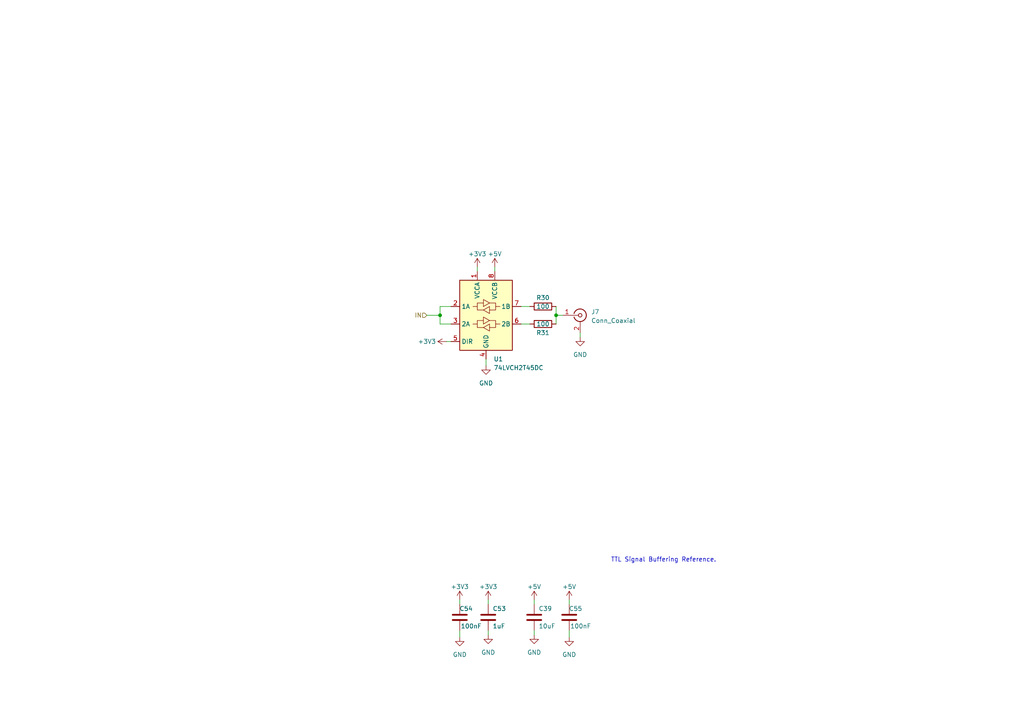
<source format=kicad_sch>
(kicad_sch (version 20230121) (generator eeschema)
  (paper "A4")
  (title_block (title "Lickety Split Capacitive Lick Detector") (date "2023-09-01") (rev "0.7?") (company "The Allen Institute for Neural Dynamics"))
  (lib_symbols
    (symbol "Connector:Conn_Coaxial" (pin_names (offset 1.016) hide)
      (property "Reference" "J" (at 0.254 3.048 0))
      (property "Value" "Conn_Coaxial" (at 2.921 0 90))
      (symbol "Conn_Coaxial_0_1"
        (arc (start -1.778 -0.508) (mid 0.2311 -1.8066) (end 1.778 0) (stroke (width 0.254)))
        (polyline (pts (xy -2.54 0) (xy -0.508 0)))
        (polyline (pts (xy 0 -2.54) (xy 0 -1.778)))
        (circle (center 0 0) (radius 0.508) (stroke (width 0.2032)))
        (arc (start 1.778 0) (mid 0.2099 1.8101) (end -1.778 0.508) (stroke (width 0.254)))
      )
      (symbol "Conn_Coaxial_1_1"
        (pin passive line (at -5.08 0 0) (length 2.54) (name "In") (number "1"))
        (pin passive line (at 0 -5.08 90) (length 2.54) (name "Ext") (number "2"))
      )
    )
    (symbol "Device:C" (pin_numbers hide) (pin_names (offset 0.254))
      (property "Reference" "C" (at 0.635 2.54 0))
      (property "Value" "C" (at 0.635 -2.54 0))
      (symbol "C_0_1"
        (polyline (pts (xy -2.032 -0.762) (xy 2.032 -0.762)) (stroke (width 0.508)))
        (polyline (pts (xy -2.032 0.762) (xy 2.032 0.762)) (stroke (width 0.508)))
      )
      (symbol "C_1_1"
        (pin passive line (at 0 3.81 270) (length 2.794) (name "~") (number "1"))
        (pin passive line (at 0 -3.81 90) (length 2.794) (name "~") (number "2"))
      )
    )
    (symbol "Device:R" (pin_numbers hide) (pin_names (offset 0))
      (property "Reference" "R" (at 2.032 0 90))
      (property "Value" "R" (at 0 0 90))
      (symbol "R_0_1"
        (rectangle (start -1.016 -2.54) (end 1.016 2.54) (stroke (width 0.254)))
      )
      (symbol "R_1_1"
        (pin passive line (at 0 3.81 270) (length 1.27) (name "~") (number "1"))
        (pin passive line (at 0 -3.81 90) (length 1.27) (name "~") (number "2"))
      )
    )
    (symbol "Logic_LevelTranslator:74LVCH2T45DC"
      (property "Reference" "U" (at 6.35 -11.43 0))
      (property "Value" "74LVCH2T45DC" (at 10.16 11.43 0))
      (symbol "74LVCH2T45DC_1_1"
        (rectangle (start -7.62 10.16) (end 7.62 -10.16) (stroke (width 0.254)) (fill (type background)))
        (polyline (pts (xy -2.54 -2.54) (xy -2.54 -1.524) (xy -0.762 -1.524)))
        (polyline (pts (xy -2.54 2.54) (xy -2.54 3.556) (xy -0.762 3.556)))
        (polyline (pts (xy 2.794 -2.54) (xy 2.794 -3.556) (xy 1.016 -3.556)))
        (polyline (pts (xy 2.794 2.54) (xy 2.794 1.524) (xy 1.016 1.524)))
        (polyline (pts (xy -0.762 -3.556) (xy -2.54 -3.556) (xy -2.54 -2.54) (xy -3.81 -2.54)))
        (polyline (pts (xy -0.762 -2.54) (xy -0.762 -0.508) (xy 1.016 -1.524) (xy -0.762 -2.54)))
        (polyline (pts (xy -0.762 1.524) (xy -2.54 1.524) (xy -2.54 2.54) (xy -3.81 2.54)))
        (polyline (pts (xy -0.762 2.54) (xy -0.762 4.572) (xy 1.016 3.556) (xy -0.762 2.54)))
        (polyline (pts (xy 1.016 -1.524) (xy 2.794 -1.524) (xy 2.794 -2.54) (xy 4.064 -2.54)))
        (polyline (pts (xy 1.016 3.556) (xy 2.794 3.556) (xy 2.794 2.54) (xy 4.064 2.54)))
        (polyline (pts (xy 1.016 -2.54) (xy 1.016 -4.318) (xy 1.016 -4.572) (xy -0.762 -3.556) (xy 1.016 -2.54)))
        (polyline (pts (xy 1.016 2.54) (xy 1.016 0.762) (xy 1.016 0.508) (xy -0.762 1.524) (xy 1.016 2.54)))
        (pin power_in line (at -2.54 12.7 270) (length 2.54) (name "VCCA") (number "1"))
        (pin bidirectional line (at -10.16 2.54 0) (length 2.54) (name "1A") (number "2"))
        (pin bidirectional line (at -10.16 -2.54 0) (length 2.54) (name "2A") (number "3"))
        (pin power_in line (at 0 -12.7 90) (length 2.54) (name "GND") (number "4"))
        (pin input line (at -10.16 -7.62 0) (length 2.54) (name "DIR") (number "5"))
        (pin bidirectional line (at 10.16 -2.54 180) (length 2.54) (name "2B") (number "6"))
        (pin bidirectional line (at 10.16 2.54 180) (length 2.54) (name "1B") (number "7"))
        (pin power_in line (at 2.54 12.7 270) (length 2.54) (name "VCCB") (number "8"))
      )
    )
    (symbol "power:+3.3V" (power) (pin_names (offset 0))
      (property "Value" "+3.3V" (at 0 3.556 0))
      (symbol "+3.3V_0_1"
        (polyline (pts (xy -0.762 1.27) (xy 0 2.54)))
        (polyline (pts (xy 0 0) (xy 0 2.54)))
        (polyline (pts (xy 0 2.54) (xy 0.762 1.27)))
      )
      (symbol "+3.3V_1_1"
        (pin power_in line (at 0 0 90) (length 0) hide (name "+3V3") (number "1"))
      )
    )
    (symbol "power:+5V" (power) (pin_names (offset 0))
      (property "Value" "+5V" (at 0 3.556 0))
      (symbol "+5V_0_1"
        (polyline (pts (xy -0.762 1.27) (xy 0 2.54)))
        (polyline (pts (xy 0 0) (xy 0 2.54)))
        (polyline (pts (xy 0 2.54) (xy 0.762 1.27)))
      )
      (symbol "+5V_1_1"
        (pin power_in line (at 0 0 90) (length 0) hide (name "+5V") (number "1"))
      )
    )
    (symbol "power:GND" (power) (pin_names (offset 0))
      (property "Value" "GND" (at 0 -3.81 0))
      (symbol "GND_0_1"
        (polyline (pts (xy 0 0) (xy 0 -1.27) (xy 1.27 -1.27) (xy 0 -2.54) (xy -1.27 -1.27) (xy 0 -1.27)))
      )
      (symbol "GND_1_1"
        (pin power_in line (at 0 0 270) (length 0) hide (name "GND") (number "1"))
      )
    )
  )
  (junction (at 127.635 91.44))
  (junction (at 161.29 91.44))
  (wire (pts (xy 165.1 173.99) (xy 165.1 175.26)))
  (wire (pts (xy 127.635 88.9) (xy 127.635 91.44)))
  (wire (pts (xy 138.43 77.47) (xy 138.43 78.74)))
  (wire (pts (xy 127.635 91.44) (xy 127.635 93.98)))
  (wire (pts (xy 141.605 182.88) (xy 141.605 184.15)))
  (wire (pts (xy 161.29 91.44) (xy 163.195 91.44)))
  (wire (pts (xy 151.13 93.98) (xy 153.67 93.98)))
  (wire (pts (xy 161.29 91.44) (xy 161.29 93.98)))
  (wire (pts (xy 123.825 91.44) (xy 127.635 91.44)))
  (wire (pts (xy 140.97 104.14) (xy 140.97 106.045)))
  (wire (pts (xy 165.1 182.88) (xy 165.1 184.785)))
  (wire (pts (xy 130.81 88.9) (xy 127.635 88.9)))
  (wire (pts (xy 151.13 88.9) (xy 153.67 88.9)))
  (wire (pts (xy 154.94 173.99) (xy 154.94 175.26)))
  (wire (pts (xy 129.54 99.06) (xy 130.81 99.06)))
  (wire (pts (xy 141.605 173.99) (xy 141.605 175.26)))
  (wire (pts (xy 127.635 93.98) (xy 130.81 93.98)))
  (wire (pts (xy 168.275 96.52) (xy 168.275 97.79)))
  (wire (pts (xy 154.94 182.88) (xy 154.94 184.15)))
  (wire (pts (xy 143.51 77.47) (xy 143.51 78.74)))
  (wire (pts (xy 133.35 173.99) (xy 133.35 175.26)))
  (wire (pts (xy 133.35 182.88) (xy 133.35 184.785)))
  (wire (pts (xy 161.29 88.9) (xy 161.29 91.44)))
  (text "TTL Signal Buffering Reference." (at 177.165 163.195 0) (effects (font (size 1.27 1.27)) (justify left bottom)))
  (hierarchical_label "IN" (shape input) (at 123.825 91.44 180))
  (symbol (lib_id "Device:C") (at 141.605 179.07 0) (unit 1)
    (property "Reference" "C53" (at 142.875 176.53 0) (effects (justify left)))
    (property "Value" "1uF" (at 142.875 181.61 0) (effects (justify left)))
    (property "Footprint" "Capacitor_SMD:C_0402_1005Metric" (effects hide))
    (property "Datasheet" "https://search.murata.co.jp/Ceramy/image/img/A01X/G101/ENG/GRM155R6YA105KE11-01.pdf" (effects hide))
    (property "Notes" "must not be polarized" (effects hide))
    (property "Link" "https://www.digikey.com/en/products/detail/murata-electronics/GRM155R6YA105KE11J/4905163" (effects hide))
    (property "Manufacturer Number" "GRM155R6YA105KE11J" (effects hide))
    (property "Manufacturer" "Murata Electronics" (effects hide))
    (property "Rated Voltage" "35V" (effects hide))
    (property "Temperature Coefficient" "X5R" (effects hide))
    (property "Voltage" "35V" (effects hide))
    (property "Tolerance" "10%" (effects hide))
    (instances (project "sniff_detector" (path "" (reference "C53") (unit 1))) (project "harp_lick_detector_capactive" (path "" (reference "C9") (unit 1)) (path "" (reference "C29") (unit 1)) (path "" (reference "C53") (unit 1))))
  )
  (symbol (lib_id "power:+5V") (at 165.1 173.99 0) (unit 1)
    (property "Reference" "#PWR0115" (effects hide))
    (property "Value" "+5V" (at 165.1 170.18 0))
  )
  (symbol (lib_id "power:GND") (at 154.94 184.15 0) (unit 1)
    (property "Reference" "#PWR083" (effects hide))
    (property "Value" "GND" (at 154.94 189.23 0))
  )
  (symbol (lib_id "power:GND") (at 140.97 106.045 0) (unit 1)
    (property "Reference" "#PWR099" (effects hide))
    (property "Value" "GND" (at 140.97 111.125 0))
  )
  (symbol (lib_id "power:GND") (at 165.1 184.785 0) (unit 1)
    (property "Reference" "#PWR0114" (effects hide))
    (property "Value" "GND" (at 165.1 189.865 0))
  )
  (symbol (lib_id "power:+3.3V") (at 129.54 99.06 90) (unit 1)
    (property "Reference" "#PWR0102" (effects hide))
    (property "Value" "+3.3V" (at 123.825 99.06 90))
    (instances (project "sniff_detector" (path "" (reference "#PWR0102") (unit 1))) (project "harp_lick_detector_capactive" (path "" (reference "#PWR0104") (unit 1)) (path "" (reference "#PWR0107") (unit 1)) (path "" (reference "#PWR080") (unit 1))))
  )
  (symbol (lib_id "power:GND") (at 141.605 184.15 0) (unit 1)
    (property "Reference" "#PWR081" (effects hide))
    (property "Value" "GND" (at 141.605 189.23 0))
  )
  (symbol (lib_id "Device:C") (at 154.94 179.07 0) (unit 1)
    (property "Reference" "C39" (at 156.21 176.53 0) (effects (justify left)))
    (property "Value" "10uF" (at 156.21 181.61 0) (effects (justify left)))
    (property "Footprint" "Capacitor_SMD:C_0603_1608Metric" (effects hide))
    (property "Datasheet" "https://search.murata.co.jp/Ceramy/image/img/A01X/G101/ENG/GRM188R61E106KA73-01A.pdf" (effects hide))
    (property "Link" "https://www.digikey.com/en/products/detail/murata-electronics/GRM188R61E106KA73J/9887674" (effects hide))
    (property "Manufacturer Number" "GRM188R61E106KA73J" (effects hide))
    (property "Rated Voltage" "25V" (effects hide))
    (property "Temperature Coefficient" "X5R" (effects hide))
    (property "Manufacturer" "Murata Electronics" (effects hide))
    (property "Tolerance" "10%" (effects hide))
    (property "Voltage" "25V" (effects hide))
  )
  (symbol (lib_id "power:+3.3V") (at 138.43 77.47 0) (unit 1)
    (property "Reference" "#PWR0104" (effects hide))
    (property "Value" "+3.3V" (at 138.43 73.66 0))
    (instances (project "sniff_detector" (path "" (reference "#PWR0104") (unit 1))) (project "harp_lick_detector_capactive" (path "" (reference "#PWR0104") (unit 1)) (path "" (reference "#PWR0107") (unit 1)) (path "" (reference "#PWR097") (unit 1))))
  )
  (symbol (lib_id "power:+5V") (at 143.51 77.47 0) (unit 1)
    (property "Reference" "#PWR0105" (effects hide))
    (property "Value" "+5V" (at 143.51 73.66 0))
    (instances (project "sniff_detector" (path "" (reference "#PWR0105") (unit 1))) (project "harp_lick_detector_capactive" (path "" (reference "#PWR0105") (unit 1)) (path "" (reference "#PWR0109") (unit 1)) (path "" (reference "#PWR098") (unit 1))))
  )
  (symbol (lib_id "power:+3.3V") (at 141.605 173.99 0) (unit 1)
    (property "Reference" "#PWR0103" (effects hide))
    (property "Value" "+3.3V" (at 141.605 170.18 0))
    (instances (project "sniff_detector" (path "" (reference "#PWR0103") (unit 1))) (project "harp_lick_detector_capactive" (path "" (reference "#PWR0104") (unit 1)) (path "" (reference "#PWR0107") (unit 1)) (path "" (reference "#PWR0102") (unit 1))))
  )
  (symbol (lib_id "Logic_LevelTranslator:74LVCH2T45DC") (at 140.97 91.44 0) (unit 1)
    (property "Reference" "U1" (at 143.1641 104.14 0) (effects (justify left)))
    (property "Value" "74LVCH2T45DC" (at 143.1641 106.68 0) (effects (justify left)))
    (property "Footprint" "Package_SO:VSSOP-8_2.3x2mm_P0.5mm" (effects hide))
    (property "Datasheet" "https://assets.nexperia.com/documents/data-sheet/74LVC_LVCH2T45.pdf" (effects hide))
    (property "Link" "https://www.digikey.com/en/products/detail/nexperia-usa-inc/74LVCH2T45DC-125/2530613" (effects hide))
    (property "Manufacturer" "Nexperia USA Inc." (effects hide))
    (property "Manufacturer Number" "74LVCH2T45DC,125" (effects hide))
  )
  (symbol (lib_id "power:GND") (at 168.275 97.79 0) (unit 1)
    (property "Reference" "#PWR084" (effects hide))
    (property "Value" "GND" (at 168.275 102.87 0))
  )
  (symbol (lib_id "Device:C") (at 133.35 179.07 180) (unit 1)
    (property "Reference" "C54" (at 137.16 176.53 0) (effects (justify left)))
    (property "Value" "100nF" (at 139.7 181.61 0) (effects (justify left)))
    (property "Footprint" "Capacitor_SMD:C_0402_1005Metric" (effects hide))
    (property "Datasheet" "http://www.passivecomponent.com/wp-content/uploads/datasheet/WTC_MLCC_General_Purpose.pdf" (effects hide))
    (property "Link" "https://www.digikey.com/en/products/detail/walsin-technology-corporation/0402B104K160CT/6707534" (effects hide))
    (property "Manufacturer" "Walson Technology Corporation" (effects hide))
    (property "Manufacturer Number" "0402B104K160CT" (effects hide))
    (property "Rated Voltage" "16V" (effects hide))
    (property "Temperature Coefficient" "X7R" (effects hide))
    (property "Tolerance" "10%" (effects hide))
    (property "PCBWay Link" "https://www.pcbway.com/components/detail/0402B104K160CT/307171/" (effects hide))
    (property "Voltage" "16V" (effects hide))
    (instances (project "sniff_detector" (path "" (reference "C54") (unit 1))) (project "harp_lick_detector_capactive" (path "" (reference "C19") (unit 1)) (path "" (reference "C54") (unit 1))))
  )
  (symbol (lib_id "Connector:Conn_Coaxial") (at 168.275 91.44 0) (unit 1)
    (property "Reference" "J7" (at 171.45 90.4632 0) (effects (justify left)))
    (property "Value" "Conn_Coaxial" (at 171.45 93.0032 0) (effects (justify left)))
    (property "Footprint" "kicad_component_library:SMA_TE_Connectivity_CONSMA002-SMD-G-T_Horizontal" (effects hide))
    (property "Datasheet" "https://www.digikey.com/htmldatasheets/production/58667/0/0/1/consma002-smd-g.pdf" (effects hide))
    (property "Link" "https://www.digikey.com/en/products/detail/te-connectivity-linx/CONSMA002-SMD-G-T/10524518" (effects hide))
    (property "Manufacturer" " TE Connectivity Linx" (effects hide))
    (property "Manufacturer Number" "CONSMA002-SMD-G-T" (effects hide))
  )
  (symbol (lib_id "power:GND") (at 133.35 184.785 0) (unit 1)
    (property "Reference" "#PWR0113" (effects hide))
    (property "Value" "GND" (at 133.35 189.865 0))
  )
  (symbol (lib_id "power:+5V") (at 154.94 173.99 0) (unit 1)
    (property "Reference" "#PWR082" (effects hide))
    (property "Value" "+5V" (at 154.94 170.18 0))
  )
  (symbol (lib_id "Device:R") (at 157.48 93.98 90) (unit 1)
    (property "Reference" "R31" (at 157.48 96.52 90))
    (property "Value" "100" (at 157.48 93.98 90))
    (property "Footprint" "Resistor_SMD:R_0603_1608Metric_Pad0.98x0.95mm_HandSolder" (effects hide))
    (property "Datasheet" "https://www.yageo.com/upload/media/product/productsearch/datasheet/rchip/PYu-SR_20105_RoHS_L_10.pdf" (effects hide))
    (property "Link" "https://www.digikey.com/en/products/detail/yageo/SR0603FR-7T100RL/9373096" (effects hide))
    (property "Manufacturer" "Yageo" (effects hide))
    (property "Manufacturer Number" "SR0603FR-7T100RL" (effects hide))
    (property "Notes" "1/4W" (effects hide))
    (property "Tolerance" "1%" (effects hide))
  )
  (symbol (lib_id "Device:C") (at 165.1 179.07 180) (unit 1)
    (property "Reference" "C55" (at 168.91 176.53 0) (effects (justify left)))
    (property "Value" "100nF" (at 171.45 181.61 0) (effects (justify left)))
    (property "Footprint" "Capacitor_SMD:C_0402_1005Metric" (effects hide))
    (property "Datasheet" "http://www.passivecomponent.com/wp-content/uploads/datasheet/WTC_MLCC_General_Purpose.pdf" (effects hide))
    (property "Link" "https://www.digikey.com/en/products/detail/walsin-technology-corporation/0402B104K160CT/6707534" (effects hide))
    (property "Manufacturer" "Walson Technology Corporation" (effects hide))
    (property "Manufacturer Number" "0402B104K160CT" (effects hide))
    (property "Rated Voltage" "16V" (effects hide))
    (property "Temperature Coefficient" "X7R" (effects hide))
    (property "Tolerance" "10%" (effects hide))
    (property "PCBWay Link" "https://www.pcbway.com/components/detail/0402B104K160CT/307171/" (effects hide))
    (property "Voltage" "16V" (effects hide))
    (instances (project "sniff_detector" (path "" (reference "C55") (unit 1))) (project "harp_lick_detector_capactive" (path "" (reference "C19") (unit 1)) (path "" (reference "C55") (unit 1))))
  )
  (symbol (lib_id "power:+3.3V") (at 133.35 173.99 0) (unit 1)
    (property "Reference" "#PWR0106" (effects hide))
    (property "Value" "+3.3V" (at 133.35 170.18 0))
    (instances (project "sniff_detector" (path "" (reference "#PWR0106") (unit 1))) (project "harp_lick_detector_capactive" (path "" (reference "#PWR0104") (unit 1)) (path "" (reference "#PWR0107") (unit 1)) (path "" (reference "#PWR0112") (unit 1))))
  )
  (symbol (lib_id "Device:R") (at 157.48 88.9 90) (unit 1)
    (property "Reference" "R30" (at 157.48 86.36 90))
    (property "Value" "100" (at 157.48 88.9 90))
    (property "Footprint" "Resistor_SMD:R_0603_1608Metric_Pad0.98x0.95mm_HandSolder" (effects hide))
    (property "Datasheet" "https://www.yageo.com/upload/media/product/productsearch/datasheet/rchip/PYu-SR_20105_RoHS_L_10.pdf" (effects hide))
    (property "Link" "https://www.digikey.com/en/products/detail/yageo/SR0603FR-7T100RL/9373096" (effects hide))
    (property "Manufacturer" "Yageo" (effects hide))
    (property "Manufacturer Number" "SR0603FR-7T100RL" (effects hide))
    (property "Notes" "1/4W" (effects hide))
    (property "Tolerance" "1%" (effects hide))
  )
)
</source>
